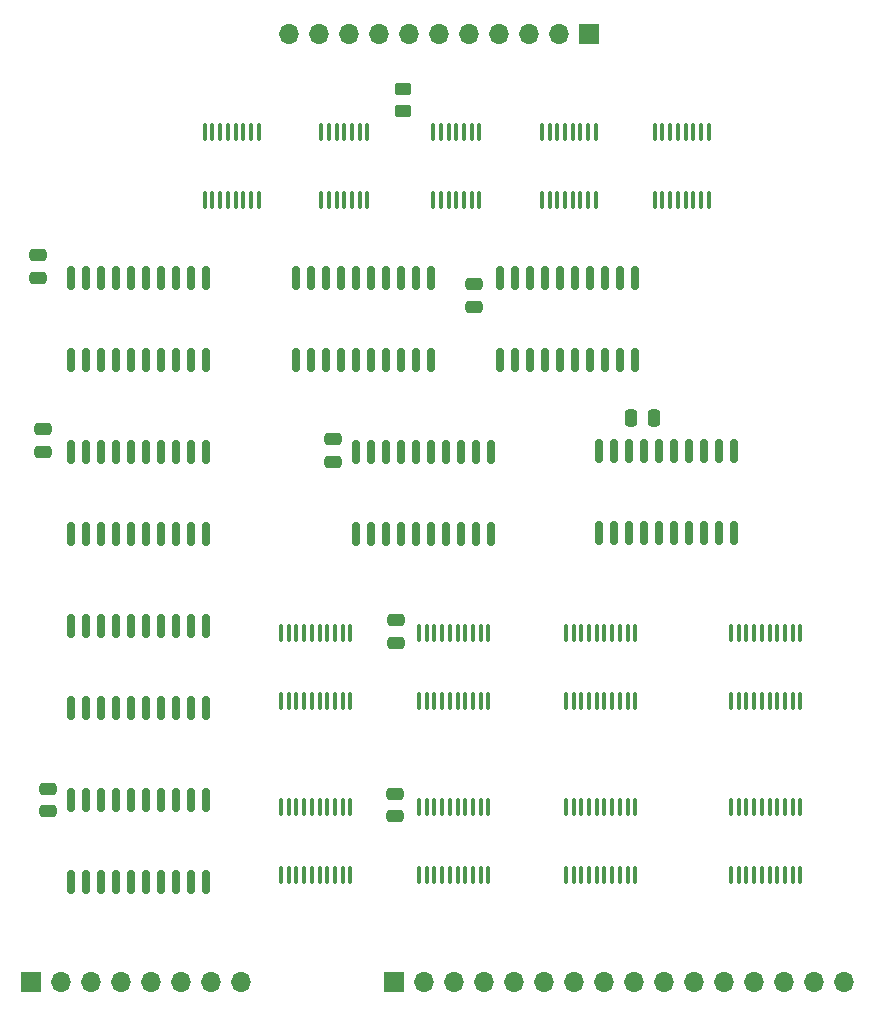
<source format=gbr>
%TF.GenerationSoftware,KiCad,Pcbnew,(6.0.0-0)*%
%TF.CreationDate,2022-02-14T21:13:19-05:00*%
%TF.ProjectId,Minified-Gpr,4d696e69-6669-4656-942d-4770722e6b69,rev?*%
%TF.SameCoordinates,Original*%
%TF.FileFunction,Soldermask,Top*%
%TF.FilePolarity,Negative*%
%FSLAX46Y46*%
G04 Gerber Fmt 4.6, Leading zero omitted, Abs format (unit mm)*
G04 Created by KiCad (PCBNEW (6.0.0-0)) date 2022-02-14 21:13:19*
%MOMM*%
%LPD*%
G01*
G04 APERTURE LIST*
G04 Aperture macros list*
%AMRoundRect*
0 Rectangle with rounded corners*
0 $1 Rounding radius*
0 $2 $3 $4 $5 $6 $7 $8 $9 X,Y pos of 4 corners*
0 Add a 4 corners polygon primitive as box body*
4,1,4,$2,$3,$4,$5,$6,$7,$8,$9,$2,$3,0*
0 Add four circle primitives for the rounded corners*
1,1,$1+$1,$2,$3*
1,1,$1+$1,$4,$5*
1,1,$1+$1,$6,$7*
1,1,$1+$1,$8,$9*
0 Add four rect primitives between the rounded corners*
20,1,$1+$1,$2,$3,$4,$5,0*
20,1,$1+$1,$4,$5,$6,$7,0*
20,1,$1+$1,$6,$7,$8,$9,0*
20,1,$1+$1,$8,$9,$2,$3,0*%
G04 Aperture macros list end*
%ADD10RoundRect,0.250000X0.475000X-0.250000X0.475000X0.250000X-0.475000X0.250000X-0.475000X-0.250000X0*%
%ADD11RoundRect,0.100000X0.100000X-0.637500X0.100000X0.637500X-0.100000X0.637500X-0.100000X-0.637500X0*%
%ADD12RoundRect,0.150000X0.150000X-0.837500X0.150000X0.837500X-0.150000X0.837500X-0.150000X-0.837500X0*%
%ADD13RoundRect,0.250000X-0.450000X0.262500X-0.450000X-0.262500X0.450000X-0.262500X0.450000X0.262500X0*%
%ADD14RoundRect,0.250000X-0.475000X0.250000X-0.475000X-0.250000X0.475000X-0.250000X0.475000X0.250000X0*%
%ADD15RoundRect,0.250000X-0.250000X-0.475000X0.250000X-0.475000X0.250000X0.475000X-0.250000X0.475000X0*%
%ADD16R,1.700000X1.700000*%
%ADD17O,1.700000X1.700000*%
G04 APERTURE END LIST*
D10*
%TO.C,C7*%
X104770000Y-133580000D03*
X104770000Y-131680000D03*
%TD*%
D11*
%TO.C,U20*%
X98507000Y-81348500D03*
X99157000Y-81348500D03*
X99807000Y-81348500D03*
X100457000Y-81348500D03*
X101107000Y-81348500D03*
X101757000Y-81348500D03*
X102407000Y-81348500D03*
X102407000Y-75623500D03*
X101757000Y-75623500D03*
X101107000Y-75623500D03*
X100457000Y-75623500D03*
X99807000Y-75623500D03*
X99157000Y-75623500D03*
X98507000Y-75623500D03*
%TD*%
%TO.C,U18*%
X133219000Y-138498500D03*
X133869000Y-138498500D03*
X134519000Y-138498500D03*
X135169000Y-138498500D03*
X135819000Y-138498500D03*
X136469000Y-138498500D03*
X137119000Y-138498500D03*
X137769000Y-138498500D03*
X138419000Y-138498500D03*
X139069000Y-138498500D03*
X139069000Y-132773500D03*
X138419000Y-132773500D03*
X137769000Y-132773500D03*
X137119000Y-132773500D03*
X136469000Y-132773500D03*
X135819000Y-132773500D03*
X135169000Y-132773500D03*
X134519000Y-132773500D03*
X133869000Y-132773500D03*
X133219000Y-132773500D03*
%TD*%
%TO.C,U8*%
X95119000Y-123766500D03*
X95769000Y-123766500D03*
X96419000Y-123766500D03*
X97069000Y-123766500D03*
X97719000Y-123766500D03*
X98369000Y-123766500D03*
X99019000Y-123766500D03*
X99669000Y-123766500D03*
X100319000Y-123766500D03*
X100969000Y-123766500D03*
X100969000Y-118041500D03*
X100319000Y-118041500D03*
X99669000Y-118041500D03*
X99019000Y-118041500D03*
X98369000Y-118041500D03*
X97719000Y-118041500D03*
X97069000Y-118041500D03*
X96419000Y-118041500D03*
X95769000Y-118041500D03*
X95119000Y-118041500D03*
%TD*%
D12*
%TO.C,U7*%
X77343000Y-139098500D03*
X78613000Y-139098500D03*
X79883000Y-139098500D03*
X81153000Y-139098500D03*
X82423000Y-139098500D03*
X83693000Y-139098500D03*
X84963000Y-139098500D03*
X86233000Y-139098500D03*
X87503000Y-139098500D03*
X88773000Y-139098500D03*
X88773000Y-132173500D03*
X87503000Y-132173500D03*
X86233000Y-132173500D03*
X84963000Y-132173500D03*
X83693000Y-132173500D03*
X82423000Y-132173500D03*
X81153000Y-132173500D03*
X79883000Y-132173500D03*
X78613000Y-132173500D03*
X77343000Y-132173500D03*
%TD*%
D10*
%TO.C,C8*%
X104820000Y-118870000D03*
X104820000Y-116970000D03*
%TD*%
D11*
%TO.C,U19*%
X126757000Y-81348500D03*
X127407000Y-81348500D03*
X128057000Y-81348500D03*
X128707000Y-81348500D03*
X129357000Y-81348500D03*
X130007000Y-81348500D03*
X130657000Y-81348500D03*
X131307000Y-81348500D03*
X131307000Y-75623500D03*
X130657000Y-75623500D03*
X130007000Y-75623500D03*
X129357000Y-75623500D03*
X128707000Y-75623500D03*
X128057000Y-75623500D03*
X127407000Y-75623500D03*
X126757000Y-75623500D03*
%TD*%
D13*
%TO.C,R1*%
X105410000Y-71985500D03*
X105410000Y-73810500D03*
%TD*%
D14*
%TO.C,C2*%
X111420000Y-88520000D03*
X111420000Y-90420000D03*
%TD*%
D11*
%TO.C,U15*%
X119245000Y-123762500D03*
X119895000Y-123762500D03*
X120545000Y-123762500D03*
X121195000Y-123762500D03*
X121845000Y-123762500D03*
X122495000Y-123762500D03*
X123145000Y-123762500D03*
X123795000Y-123762500D03*
X124445000Y-123762500D03*
X125095000Y-123762500D03*
X125095000Y-118037500D03*
X124445000Y-118037500D03*
X123795000Y-118037500D03*
X123145000Y-118037500D03*
X122495000Y-118037500D03*
X121845000Y-118037500D03*
X121195000Y-118037500D03*
X120545000Y-118037500D03*
X119895000Y-118037500D03*
X119245000Y-118037500D03*
%TD*%
D10*
%TO.C,C4*%
X75380000Y-133130000D03*
X75380000Y-131230000D03*
%TD*%
D12*
%TO.C,U1*%
X96393000Y-94902500D03*
X97663000Y-94902500D03*
X98933000Y-94902500D03*
X100203000Y-94902500D03*
X101473000Y-94902500D03*
X102743000Y-94902500D03*
X104013000Y-94902500D03*
X105283000Y-94902500D03*
X106553000Y-94902500D03*
X107823000Y-94902500D03*
X107823000Y-87977500D03*
X106553000Y-87977500D03*
X105283000Y-87977500D03*
X104013000Y-87977500D03*
X102743000Y-87977500D03*
X101473000Y-87977500D03*
X100203000Y-87977500D03*
X98933000Y-87977500D03*
X97663000Y-87977500D03*
X96393000Y-87977500D03*
%TD*%
D11*
%TO.C,U17*%
X119245000Y-138502500D03*
X119895000Y-138502500D03*
X120545000Y-138502500D03*
X121195000Y-138502500D03*
X121845000Y-138502500D03*
X122495000Y-138502500D03*
X123145000Y-138502500D03*
X123795000Y-138502500D03*
X124445000Y-138502500D03*
X125095000Y-138502500D03*
X125095000Y-132777500D03*
X124445000Y-132777500D03*
X123795000Y-132777500D03*
X123145000Y-132777500D03*
X122495000Y-132777500D03*
X121845000Y-132777500D03*
X121195000Y-132777500D03*
X120545000Y-132777500D03*
X119895000Y-132777500D03*
X119245000Y-132777500D03*
%TD*%
%TO.C,U2*%
X88657000Y-81348500D03*
X89307000Y-81348500D03*
X89957000Y-81348500D03*
X90607000Y-81348500D03*
X91257000Y-81348500D03*
X91907000Y-81348500D03*
X92557000Y-81348500D03*
X93207000Y-81348500D03*
X93207000Y-75623500D03*
X92557000Y-75623500D03*
X91907000Y-75623500D03*
X91257000Y-75623500D03*
X90607000Y-75623500D03*
X89957000Y-75623500D03*
X89307000Y-75623500D03*
X88657000Y-75623500D03*
%TD*%
%TO.C,U10*%
X95119000Y-138498500D03*
X95769000Y-138498500D03*
X96419000Y-138498500D03*
X97069000Y-138498500D03*
X97719000Y-138498500D03*
X98369000Y-138498500D03*
X99019000Y-138498500D03*
X99669000Y-138498500D03*
X100319000Y-138498500D03*
X100969000Y-138498500D03*
X100969000Y-132773500D03*
X100319000Y-132773500D03*
X99669000Y-132773500D03*
X99019000Y-132773500D03*
X98369000Y-132773500D03*
X97719000Y-132773500D03*
X97069000Y-132773500D03*
X96419000Y-132773500D03*
X95769000Y-132773500D03*
X95119000Y-132773500D03*
%TD*%
D10*
%TO.C,C6*%
X74960000Y-102700000D03*
X74960000Y-100800000D03*
%TD*%
D15*
%TO.C,C5*%
X124770000Y-99810000D03*
X126670000Y-99810000D03*
%TD*%
D12*
%TO.C,U5*%
X77343000Y-109634500D03*
X78613000Y-109634500D03*
X79883000Y-109634500D03*
X81153000Y-109634500D03*
X82423000Y-109634500D03*
X83693000Y-109634500D03*
X84963000Y-109634500D03*
X86233000Y-109634500D03*
X87503000Y-109634500D03*
X88773000Y-109634500D03*
X88773000Y-102709500D03*
X87503000Y-102709500D03*
X86233000Y-102709500D03*
X84963000Y-102709500D03*
X83693000Y-102709500D03*
X82423000Y-102709500D03*
X81153000Y-102709500D03*
X79883000Y-102709500D03*
X78613000Y-102709500D03*
X77343000Y-102709500D03*
%TD*%
%TO.C,U13*%
X113665000Y-94902500D03*
X114935000Y-94902500D03*
X116205000Y-94902500D03*
X117475000Y-94902500D03*
X118745000Y-94902500D03*
X120015000Y-94902500D03*
X121285000Y-94902500D03*
X122555000Y-94902500D03*
X123825000Y-94902500D03*
X125095000Y-94902500D03*
X125095000Y-87977500D03*
X123825000Y-87977500D03*
X122555000Y-87977500D03*
X121285000Y-87977500D03*
X120015000Y-87977500D03*
X118745000Y-87977500D03*
X117475000Y-87977500D03*
X116205000Y-87977500D03*
X114935000Y-87977500D03*
X113665000Y-87977500D03*
%TD*%
%TO.C,U14*%
X122065000Y-109598500D03*
X123335000Y-109598500D03*
X124605000Y-109598500D03*
X125875000Y-109598500D03*
X127145000Y-109598500D03*
X128415000Y-109598500D03*
X129685000Y-109598500D03*
X130955000Y-109598500D03*
X132225000Y-109598500D03*
X133495000Y-109598500D03*
X133495000Y-102673500D03*
X132225000Y-102673500D03*
X130955000Y-102673500D03*
X129685000Y-102673500D03*
X128415000Y-102673500D03*
X127145000Y-102673500D03*
X125875000Y-102673500D03*
X124605000Y-102673500D03*
X123335000Y-102673500D03*
X122065000Y-102673500D03*
%TD*%
D10*
%TO.C,C3*%
X99480000Y-103560000D03*
X99480000Y-101660000D03*
%TD*%
D11*
%TO.C,U11*%
X106803000Y-138498500D03*
X107453000Y-138498500D03*
X108103000Y-138498500D03*
X108753000Y-138498500D03*
X109403000Y-138498500D03*
X110053000Y-138498500D03*
X110703000Y-138498500D03*
X111353000Y-138498500D03*
X112003000Y-138498500D03*
X112653000Y-138498500D03*
X112653000Y-132773500D03*
X112003000Y-132773500D03*
X111353000Y-132773500D03*
X110703000Y-132773500D03*
X110053000Y-132773500D03*
X109403000Y-132773500D03*
X108753000Y-132773500D03*
X108103000Y-132773500D03*
X107453000Y-132773500D03*
X106803000Y-132773500D03*
%TD*%
%TO.C,U21*%
X108012000Y-81348500D03*
X108662000Y-81348500D03*
X109312000Y-81348500D03*
X109962000Y-81348500D03*
X110612000Y-81348500D03*
X111262000Y-81348500D03*
X111912000Y-81348500D03*
X111912000Y-75623500D03*
X111262000Y-75623500D03*
X110612000Y-75623500D03*
X109962000Y-75623500D03*
X109312000Y-75623500D03*
X108662000Y-75623500D03*
X108012000Y-75623500D03*
%TD*%
%TO.C,U9*%
X106803000Y-123766500D03*
X107453000Y-123766500D03*
X108103000Y-123766500D03*
X108753000Y-123766500D03*
X109403000Y-123766500D03*
X110053000Y-123766500D03*
X110703000Y-123766500D03*
X111353000Y-123766500D03*
X112003000Y-123766500D03*
X112653000Y-123766500D03*
X112653000Y-118041500D03*
X112003000Y-118041500D03*
X111353000Y-118041500D03*
X110703000Y-118041500D03*
X110053000Y-118041500D03*
X109403000Y-118041500D03*
X108753000Y-118041500D03*
X108103000Y-118041500D03*
X107453000Y-118041500D03*
X106803000Y-118041500D03*
%TD*%
%TO.C,U16*%
X133219000Y-123766500D03*
X133869000Y-123766500D03*
X134519000Y-123766500D03*
X135169000Y-123766500D03*
X135819000Y-123766500D03*
X136469000Y-123766500D03*
X137119000Y-123766500D03*
X137769000Y-123766500D03*
X138419000Y-123766500D03*
X139069000Y-123766500D03*
X139069000Y-118041500D03*
X138419000Y-118041500D03*
X137769000Y-118041500D03*
X137119000Y-118041500D03*
X136469000Y-118041500D03*
X135819000Y-118041500D03*
X135169000Y-118041500D03*
X134519000Y-118041500D03*
X133869000Y-118041500D03*
X133219000Y-118041500D03*
%TD*%
D12*
%TO.C,U4*%
X77343000Y-94902500D03*
X78613000Y-94902500D03*
X79883000Y-94902500D03*
X81153000Y-94902500D03*
X82423000Y-94902500D03*
X83693000Y-94902500D03*
X84963000Y-94902500D03*
X86233000Y-94902500D03*
X87503000Y-94902500D03*
X88773000Y-94902500D03*
X88773000Y-87977500D03*
X87503000Y-87977500D03*
X86233000Y-87977500D03*
X84963000Y-87977500D03*
X83693000Y-87977500D03*
X82423000Y-87977500D03*
X81153000Y-87977500D03*
X79883000Y-87977500D03*
X78613000Y-87977500D03*
X77343000Y-87977500D03*
%TD*%
D10*
%TO.C,C1*%
X74550000Y-87960000D03*
X74550000Y-86060000D03*
%TD*%
D12*
%TO.C,U6*%
X77343000Y-124366500D03*
X78613000Y-124366500D03*
X79883000Y-124366500D03*
X81153000Y-124366500D03*
X82423000Y-124366500D03*
X83693000Y-124366500D03*
X84963000Y-124366500D03*
X86233000Y-124366500D03*
X87503000Y-124366500D03*
X88773000Y-124366500D03*
X88773000Y-117441500D03*
X87503000Y-117441500D03*
X86233000Y-117441500D03*
X84963000Y-117441500D03*
X83693000Y-117441500D03*
X82423000Y-117441500D03*
X81153000Y-117441500D03*
X79883000Y-117441500D03*
X78613000Y-117441500D03*
X77343000Y-117441500D03*
%TD*%
D11*
%TO.C,U3*%
X117212000Y-81348500D03*
X117862000Y-81348500D03*
X118512000Y-81348500D03*
X119162000Y-81348500D03*
X119812000Y-81348500D03*
X120462000Y-81348500D03*
X121112000Y-81348500D03*
X121762000Y-81348500D03*
X121762000Y-75623500D03*
X121112000Y-75623500D03*
X120462000Y-75623500D03*
X119812000Y-75623500D03*
X119162000Y-75623500D03*
X118512000Y-75623500D03*
X117862000Y-75623500D03*
X117212000Y-75623500D03*
%TD*%
D12*
%TO.C,U12*%
X101470000Y-109630000D03*
X102740000Y-109630000D03*
X104010000Y-109630000D03*
X105280000Y-109630000D03*
X106550000Y-109630000D03*
X107820000Y-109630000D03*
X109090000Y-109630000D03*
X110360000Y-109630000D03*
X111630000Y-109630000D03*
X112900000Y-109630000D03*
X112900000Y-102705000D03*
X111630000Y-102705000D03*
X110360000Y-102705000D03*
X109090000Y-102705000D03*
X107820000Y-102705000D03*
X106550000Y-102705000D03*
X105280000Y-102705000D03*
X104010000Y-102705000D03*
X102740000Y-102705000D03*
X101470000Y-102705000D03*
%TD*%
D16*
%TO.C,J1*%
X73929000Y-147574000D03*
D17*
X76469000Y-147574000D03*
X79009000Y-147574000D03*
X81549000Y-147574000D03*
X84089000Y-147574000D03*
X86629000Y-147574000D03*
X89169000Y-147574000D03*
X91709000Y-147574000D03*
%TD*%
D16*
%TO.C,J2*%
X104648000Y-147574000D03*
D17*
X107188000Y-147574000D03*
X109728000Y-147574000D03*
X112268000Y-147574000D03*
X114808000Y-147574000D03*
X117348000Y-147574000D03*
X119888000Y-147574000D03*
X122428000Y-147574000D03*
X124968000Y-147574000D03*
X127508000Y-147574000D03*
X130048000Y-147574000D03*
X132588000Y-147574000D03*
X135128000Y-147574000D03*
X137668000Y-147574000D03*
X140208000Y-147574000D03*
X142748000Y-147574000D03*
%TD*%
D16*
%TO.C,J3*%
X121158000Y-67310000D03*
D17*
X118618000Y-67310000D03*
X116078000Y-67310000D03*
X113538000Y-67310000D03*
X110998000Y-67310000D03*
X108458000Y-67310000D03*
X105918000Y-67310000D03*
X103378000Y-67310000D03*
X100838000Y-67310000D03*
X98298000Y-67310000D03*
X95758000Y-67310000D03*
%TD*%
M02*

</source>
